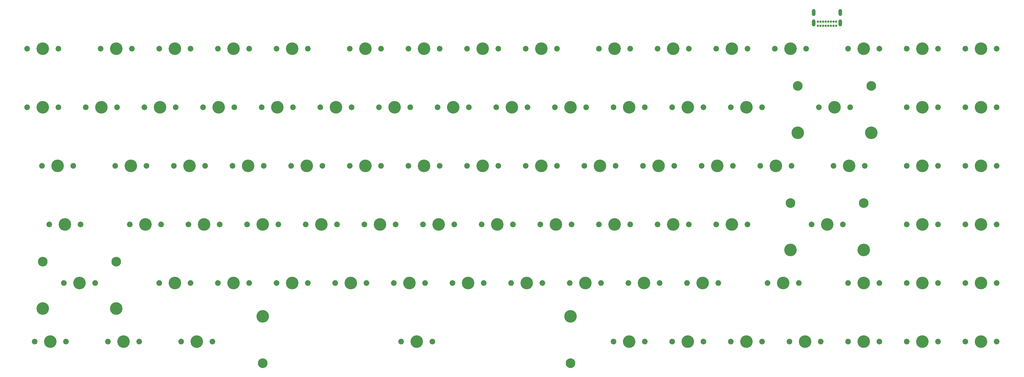
<source format=gbr>
%TF.GenerationSoftware,KiCad,Pcbnew,(5.1.6)-1*%
%TF.CreationDate,2020-11-27T09:17:25-06:00*%
%TF.ProjectId,zero-percent-keyboard,7a65726f-2d70-4657-9263-656e742d6b65,rev?*%
%TF.SameCoordinates,Original*%
%TF.FileFunction,Soldermask,Top*%
%TF.FilePolarity,Negative*%
%FSLAX46Y46*%
G04 Gerber Fmt 4.6, Leading zero omitted, Abs format (unit mm)*
G04 Created by KiCad (PCBNEW (5.1.6)-1) date 2020-11-27 09:17:25*
%MOMM*%
%LPD*%
G01*
G04 APERTURE LIST*
%ADD10C,4.087800*%
%ADD11C,1.850000*%
%ADD12C,3.148000*%
%ADD13O,1.208000X2.316000*%
%ADD14C,0.750000*%
G04 APERTURE END LIST*
D10*
%TO.C,MX82*%
X168085120Y-136414410D03*
D11*
X163005120Y-136414410D03*
X173165120Y-136414410D03*
D12*
X118085220Y-143399410D03*
X218085020Y-143399410D03*
D10*
X118085220Y-128159410D03*
X218085020Y-128159410D03*
%TD*%
%TO.C,MX80*%
X72834720Y-136414410D03*
D11*
X67754720Y-136414410D03*
X77914720Y-136414410D03*
%TD*%
D10*
%TO.C,MX76*%
X313341980Y-117364330D03*
D11*
X308261980Y-117364330D03*
X318421980Y-117364330D03*
%TD*%
D10*
%TO.C,MX75*%
X287148120Y-117364330D03*
D11*
X282068120Y-117364330D03*
X292228120Y-117364330D03*
%TD*%
D10*
%TO.C,MX89*%
X351442140Y-136414410D03*
D11*
X346362140Y-136414410D03*
X356522140Y-136414410D03*
%TD*%
D10*
%TO.C,MX88*%
X332392060Y-136414410D03*
D11*
X327312060Y-136414410D03*
X337472060Y-136414410D03*
%TD*%
D10*
%TO.C,MX87*%
X313341980Y-136414410D03*
D11*
X308261980Y-136414410D03*
X318421980Y-136414410D03*
%TD*%
D10*
%TO.C,MX86*%
X294291900Y-136414410D03*
D11*
X289211900Y-136414410D03*
X299371900Y-136414410D03*
%TD*%
D10*
%TO.C,MX85*%
X275241820Y-136414410D03*
D11*
X270161820Y-136414410D03*
X280321820Y-136414410D03*
%TD*%
D10*
%TO.C,MX84*%
X256191740Y-136414410D03*
D11*
X251111740Y-136414410D03*
X261271740Y-136414410D03*
%TD*%
D10*
%TO.C,MX83*%
X237141660Y-136414410D03*
D11*
X232061660Y-136414410D03*
X242221660Y-136414410D03*
%TD*%
D10*
%TO.C,MX81*%
X96647320Y-136414410D03*
D11*
X91567320Y-136414410D03*
X101727320Y-136414410D03*
%TD*%
D10*
%TO.C,MX79*%
X49022120Y-136414410D03*
D11*
X43942120Y-136414410D03*
X54102120Y-136414410D03*
%TD*%
D10*
%TO.C,MX78*%
X351442140Y-117364330D03*
D11*
X346362140Y-117364330D03*
X356522140Y-117364330D03*
%TD*%
D10*
%TO.C,MX77*%
X332392060Y-117364330D03*
D11*
X327312060Y-117364330D03*
X337472060Y-117364330D03*
%TD*%
D10*
%TO.C,MX74*%
X260954260Y-117364330D03*
D11*
X255874260Y-117364330D03*
X266034260Y-117364330D03*
%TD*%
D10*
%TO.C,MX73*%
X241904180Y-117364330D03*
D11*
X236824180Y-117364330D03*
X246984180Y-117364330D03*
%TD*%
D10*
%TO.C,MX72*%
X222854100Y-117364330D03*
D11*
X217774100Y-117364330D03*
X227934100Y-117364330D03*
%TD*%
D10*
%TO.C,MX71*%
X203804020Y-117364330D03*
D11*
X198724020Y-117364330D03*
X208884020Y-117364330D03*
%TD*%
D10*
%TO.C,MX70*%
X184753940Y-117364330D03*
D11*
X179673940Y-117364330D03*
X189833940Y-117364330D03*
%TD*%
D10*
%TO.C,MX69*%
X165703860Y-117364330D03*
D11*
X160623860Y-117364330D03*
X170783860Y-117364330D03*
%TD*%
D10*
%TO.C,MX68*%
X146653780Y-117364330D03*
D11*
X141573780Y-117364330D03*
X151733780Y-117364330D03*
%TD*%
D10*
%TO.C,MX67*%
X127603700Y-117364330D03*
D11*
X122523700Y-117364330D03*
X132683700Y-117364330D03*
%TD*%
D10*
%TO.C,MX66*%
X108553620Y-117364330D03*
D11*
X103473620Y-117364330D03*
X113633620Y-117364330D03*
%TD*%
D10*
%TO.C,MX65*%
X89503540Y-117364330D03*
D11*
X84423540Y-117364330D03*
X94583540Y-117364330D03*
%TD*%
D10*
%TO.C,MX64*%
X58547160Y-117364330D03*
D11*
X53467160Y-117364330D03*
X63627160Y-117364330D03*
D12*
X46640910Y-110379330D03*
X70453410Y-110379330D03*
D10*
X46640910Y-125619330D03*
X70453410Y-125619330D03*
%TD*%
%TO.C,MX63*%
X351442140Y-98314250D03*
D11*
X346362140Y-98314250D03*
X356522140Y-98314250D03*
%TD*%
D10*
%TO.C,MX62*%
X332392060Y-98314250D03*
D11*
X327312060Y-98314250D03*
X337472060Y-98314250D03*
%TD*%
D10*
%TO.C,MX61*%
X301435680Y-98314250D03*
D11*
X296355680Y-98314250D03*
X306515680Y-98314250D03*
D12*
X289529430Y-91329250D03*
X313341930Y-91329250D03*
D10*
X289529430Y-106569250D03*
X313341930Y-106569250D03*
%TD*%
%TO.C,MX60*%
X270479300Y-98314250D03*
D11*
X265399300Y-98314250D03*
X275559300Y-98314250D03*
%TD*%
D10*
%TO.C,MX59*%
X251429220Y-98314250D03*
D11*
X246349220Y-98314250D03*
X256509220Y-98314250D03*
%TD*%
D10*
%TO.C,MX58*%
X232379140Y-98314250D03*
D11*
X227299140Y-98314250D03*
X237459140Y-98314250D03*
%TD*%
D10*
%TO.C,MX57*%
X213329060Y-98314250D03*
D11*
X208249060Y-98314250D03*
X218409060Y-98314250D03*
%TD*%
D10*
%TO.C,MX56*%
X194278980Y-98314250D03*
D11*
X189198980Y-98314250D03*
X199358980Y-98314250D03*
%TD*%
D10*
%TO.C,MX55*%
X175228900Y-98314250D03*
D11*
X170148900Y-98314250D03*
X180308900Y-98314250D03*
%TD*%
D10*
%TO.C,MX54*%
X156178820Y-98314250D03*
D11*
X151098820Y-98314250D03*
X161258820Y-98314250D03*
%TD*%
D10*
%TO.C,MX53*%
X137128740Y-98314250D03*
D11*
X132048740Y-98314250D03*
X142208740Y-98314250D03*
%TD*%
D10*
%TO.C,MX52*%
X118078660Y-98314250D03*
D11*
X112998660Y-98314250D03*
X123158660Y-98314250D03*
%TD*%
D10*
%TO.C,MX51*%
X99028580Y-98314250D03*
D11*
X93948580Y-98314250D03*
X104108580Y-98314250D03*
%TD*%
D10*
%TO.C,MX50*%
X79978500Y-98314250D03*
D11*
X74898500Y-98314250D03*
X85058500Y-98314250D03*
%TD*%
D10*
%TO.C,MX49*%
X53784640Y-98314250D03*
D11*
X48704640Y-98314250D03*
X58864640Y-98314250D03*
%TD*%
D10*
%TO.C,MX48*%
X351442140Y-79264170D03*
D11*
X346362140Y-79264170D03*
X356522140Y-79264170D03*
%TD*%
D10*
%TO.C,MX47*%
X332392060Y-79264170D03*
D11*
X327312060Y-79264170D03*
X337472060Y-79264170D03*
%TD*%
D10*
%TO.C,MX46*%
X308579460Y-79264170D03*
D11*
X303499460Y-79264170D03*
X313659460Y-79264170D03*
%TD*%
D10*
%TO.C,MX45*%
X284766860Y-79264170D03*
D11*
X279686860Y-79264170D03*
X289846860Y-79264170D03*
%TD*%
D10*
%TO.C,MX44*%
X265716780Y-79264170D03*
D11*
X260636780Y-79264170D03*
X270796780Y-79264170D03*
%TD*%
D10*
%TO.C,MX43*%
X246666700Y-79264170D03*
D11*
X241586700Y-79264170D03*
X251746700Y-79264170D03*
%TD*%
D10*
%TO.C,MX42*%
X227616620Y-79264170D03*
D11*
X222536620Y-79264170D03*
X232696620Y-79264170D03*
%TD*%
D10*
%TO.C,MX41*%
X208566540Y-79264170D03*
D11*
X203486540Y-79264170D03*
X213646540Y-79264170D03*
%TD*%
D10*
%TO.C,MX40*%
X189516460Y-79264170D03*
D11*
X184436460Y-79264170D03*
X194596460Y-79264170D03*
%TD*%
D10*
%TO.C,MX39*%
X170466380Y-79264170D03*
D11*
X165386380Y-79264170D03*
X175546380Y-79264170D03*
%TD*%
D10*
%TO.C,MX38*%
X151416300Y-79264170D03*
D11*
X146336300Y-79264170D03*
X156496300Y-79264170D03*
%TD*%
D10*
%TO.C,MX37*%
X132366220Y-79264170D03*
D11*
X127286220Y-79264170D03*
X137446220Y-79264170D03*
%TD*%
D10*
%TO.C,MX36*%
X113316140Y-79264170D03*
D11*
X108236140Y-79264170D03*
X118396140Y-79264170D03*
%TD*%
D10*
%TO.C,MX35*%
X94266060Y-79264170D03*
D11*
X89186060Y-79264170D03*
X99346060Y-79264170D03*
%TD*%
D10*
%TO.C,MX34*%
X75215980Y-79264170D03*
D11*
X70135980Y-79264170D03*
X80295980Y-79264170D03*
%TD*%
D10*
%TO.C,MX33*%
X51403380Y-79264170D03*
D11*
X46323380Y-79264170D03*
X56483380Y-79264170D03*
%TD*%
D10*
%TO.C,MX32*%
X351442140Y-60214090D03*
D11*
X346362140Y-60214090D03*
X356522140Y-60214090D03*
%TD*%
D10*
%TO.C,MX31*%
X332392060Y-60214090D03*
D11*
X327312060Y-60214090D03*
X337472060Y-60214090D03*
%TD*%
D10*
%TO.C,MX30*%
X303816940Y-60214090D03*
D11*
X298736940Y-60214090D03*
X308896940Y-60214090D03*
D12*
X291910690Y-53229090D03*
X315723190Y-53229090D03*
D10*
X291910690Y-68469090D03*
X315723190Y-68469090D03*
%TD*%
%TO.C,MX29*%
X275241820Y-60214090D03*
D11*
X270161820Y-60214090D03*
X280321820Y-60214090D03*
%TD*%
D10*
%TO.C,MX28*%
X256191740Y-60214090D03*
D11*
X251111740Y-60214090D03*
X261271740Y-60214090D03*
%TD*%
D10*
%TO.C,MX27*%
X237141660Y-60214090D03*
D11*
X232061660Y-60214090D03*
X242221660Y-60214090D03*
%TD*%
D10*
%TO.C,MX26*%
X218091580Y-60214090D03*
D11*
X213011580Y-60214090D03*
X223171580Y-60214090D03*
%TD*%
D10*
%TO.C,MX25*%
X199041500Y-60214090D03*
D11*
X193961500Y-60214090D03*
X204121500Y-60214090D03*
%TD*%
D10*
%TO.C,MX24*%
X179991420Y-60214090D03*
D11*
X174911420Y-60214090D03*
X185071420Y-60214090D03*
%TD*%
D10*
%TO.C,MX23*%
X160941340Y-60214090D03*
D11*
X155861340Y-60214090D03*
X166021340Y-60214090D03*
%TD*%
D10*
%TO.C,MX22*%
X141891260Y-60214090D03*
D11*
X136811260Y-60214090D03*
X146971260Y-60214090D03*
%TD*%
D10*
%TO.C,MX21*%
X122841180Y-60214090D03*
D11*
X117761180Y-60214090D03*
X127921180Y-60214090D03*
%TD*%
D10*
%TO.C,MX20*%
X103791100Y-60214090D03*
D11*
X98711100Y-60214090D03*
X108871100Y-60214090D03*
%TD*%
D10*
%TO.C,MX19*%
X84741020Y-60214090D03*
D11*
X79661020Y-60214090D03*
X89821020Y-60214090D03*
%TD*%
D10*
%TO.C,MX18*%
X65690940Y-60214090D03*
D11*
X60610940Y-60214090D03*
X70770940Y-60214090D03*
%TD*%
D10*
%TO.C,MX17*%
X46640860Y-60214090D03*
D11*
X41560860Y-60214090D03*
X51720860Y-60214090D03*
%TD*%
D10*
%TO.C,MX16*%
X351442140Y-41164010D03*
D11*
X346362140Y-41164010D03*
X356522140Y-41164010D03*
%TD*%
D10*
%TO.C,MX15*%
X332392060Y-41164010D03*
D11*
X327312060Y-41164010D03*
X337472060Y-41164010D03*
%TD*%
D10*
%TO.C,MX14*%
X313341980Y-41164010D03*
D11*
X308261980Y-41164010D03*
X318421980Y-41164010D03*
%TD*%
D10*
%TO.C,MX13*%
X289529380Y-41164010D03*
D11*
X284449380Y-41164010D03*
X294609380Y-41164010D03*
%TD*%
D10*
%TO.C,MX12*%
X270479300Y-41164010D03*
D11*
X265399300Y-41164010D03*
X275559300Y-41164010D03*
%TD*%
D10*
%TO.C,MX11*%
X251429220Y-41164010D03*
D11*
X246349220Y-41164010D03*
X256509220Y-41164010D03*
%TD*%
D10*
%TO.C,MX10*%
X232379140Y-41164010D03*
D11*
X227299140Y-41164010D03*
X237459140Y-41164010D03*
%TD*%
D10*
%TO.C,MX9*%
X208566540Y-41164010D03*
D11*
X203486540Y-41164010D03*
X213646540Y-41164010D03*
%TD*%
D10*
%TO.C,MX8*%
X189516460Y-41164010D03*
D11*
X184436460Y-41164010D03*
X194596460Y-41164010D03*
%TD*%
D10*
%TO.C,MX7*%
X170466380Y-41164010D03*
D11*
X165386380Y-41164010D03*
X175546380Y-41164010D03*
%TD*%
D10*
%TO.C,MX6*%
X151416300Y-41164010D03*
D11*
X146336300Y-41164010D03*
X156496300Y-41164010D03*
%TD*%
D10*
%TO.C,MX5*%
X127603700Y-41164010D03*
D11*
X122523700Y-41164010D03*
X132683700Y-41164010D03*
%TD*%
D10*
%TO.C,MX4*%
X108553620Y-41164010D03*
D11*
X103473620Y-41164010D03*
X113633620Y-41164010D03*
%TD*%
D10*
%TO.C,MX3*%
X89503540Y-41164010D03*
D11*
X84423540Y-41164010D03*
X94583540Y-41164010D03*
%TD*%
D10*
%TO.C,MX2*%
X70453460Y-41164010D03*
D11*
X65373460Y-41164010D03*
X75533460Y-41164010D03*
%TD*%
D10*
%TO.C,MX1*%
X46640860Y-41164010D03*
D11*
X41560860Y-41164010D03*
X51720860Y-41164010D03*
%TD*%
D13*
%TO.C,J1*%
X305689000Y-29337000D03*
X297039000Y-29337000D03*
X297039000Y-32717000D03*
X305689000Y-32717000D03*
D14*
X304339000Y-32347000D03*
X303489000Y-32347000D03*
X302639000Y-32347000D03*
X301789000Y-32347000D03*
X300939000Y-32347000D03*
X300089000Y-32347000D03*
X299239000Y-32347000D03*
X298389000Y-32347000D03*
X298389000Y-33697000D03*
X299239000Y-33697000D03*
X300089000Y-33697000D03*
X300939000Y-33697000D03*
X301789000Y-33697000D03*
X302639000Y-33697000D03*
X303489000Y-33697000D03*
X304339000Y-33697000D03*
%TD*%
M02*

</source>
